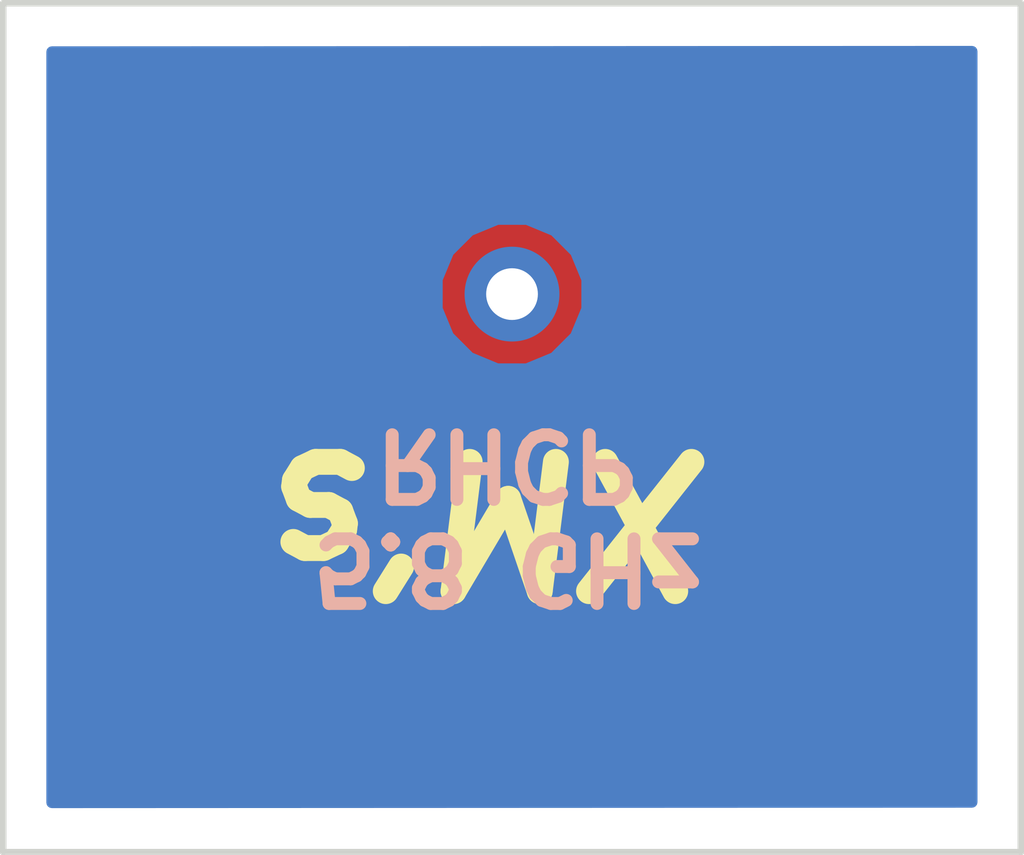
<source format=kicad_pcb>
(kicad_pcb (version 20170123) (host pcbnew no-vcs-found-4b5482e~58~ubuntu16.04.1)

  (general
    (links 0)
    (no_connects 0)
    (area 17.924999 16.924999 41.675001 36.775001)
    (thickness 1.6)
    (drawings 7)
    (tracks 0)
    (zones 0)
    (modules 1)
    (nets 2)
  )

  (page A4)
  (layers
    (0 F.Cu signal)
    (31 B.Cu signal)
    (32 B.Adhes user)
    (33 F.Adhes user)
    (34 B.Paste user)
    (35 F.Paste user)
    (36 B.SilkS user)
    (37 F.SilkS user hide)
    (38 B.Mask user)
    (39 F.Mask user)
    (40 Dwgs.User user)
    (41 Cmts.User user)
    (42 Eco1.User user)
    (43 Eco2.User user)
    (44 Edge.Cuts user)
    (45 Margin user)
    (46 B.CrtYd user)
    (47 F.CrtYd user)
    (48 B.Fab user)
    (49 F.Fab user)
  )

  (setup
    (last_trace_width 0.25)
    (trace_clearance 0.2)
    (zone_clearance 0.508)
    (zone_45_only yes)
    (trace_min 0.2)
    (segment_width 0.2)
    (edge_width 0.15)
    (via_size 0.8)
    (via_drill 0.4)
    (via_min_size 0.4)
    (via_min_drill 0.3)
    (uvia_size 0.3)
    (uvia_drill 0.1)
    (uvias_allowed no)
    (uvia_min_size 0.2)
    (uvia_min_drill 0.1)
    (pcb_text_width 0.3)
    (pcb_text_size 1.5 1.5)
    (mod_edge_width 0.15)
    (mod_text_size 1 1)
    (mod_text_width 0.15)
    (pad_size 2.2 2.2)
    (pad_drill 1.2)
    (pad_to_mask_clearance 0.2)
    (aux_axis_origin 0 0)
    (visible_elements FFFFFF7F)
    (pcbplotparams
      (layerselection 0x000e0_ffffffff)
      (usegerberextensions false)
      (excludeedgelayer true)
      (linewidth 0.100000)
      (plotframeref false)
      (viasonmask false)
      (mode 1)
      (useauxorigin false)
      (hpglpennumber 1)
      (hpglpenspeed 20)
      (hpglpendiameter 15)
      (psnegative false)
      (psa4output false)
      (plotreference false)
      (plotvalue false)
      (plotinvisibletext false)
      (padsonsilk false)
      (subtractmaskfromsilk false)
      (outputformat 1)
      (mirror false)
      (drillshape 0)
      (scaleselection 1)
      (outputdirectory ""))
  )

  (net 0 "")
  (net 1 "Net-(J1-Pad1)")

  (net_class Default "This is the default net class."
    (clearance 0.2)
    (trace_width 0.25)
    (via_dia 0.8)
    (via_drill 0.4)
    (uvia_dia 0.3)
    (uvia_drill 0.1)
    (add_net "Net-(J1-Pad1)")
  )

  (module Wire_Pads:SolderWirePad_single_2-5mmDrill (layer F.Cu) (tedit 590B8EED) (tstamp 59171F3C)
    (at 29.8 23.75)
    (path /590B6A1C)
    (fp_text reference J1 (at 0 -5.08) (layer F.SilkS) hide
      (effects (font (size 1 1) (thickness 0.15)))
    )
    (fp_text value CONN_01X01 (at 1.27 5.08) (layer F.Fab) hide
      (effects (font (size 1 1) (thickness 0.15)))
    )
    (pad 1 thru_hole circle (at 0 0) (size 2.2 2.2) (drill 1.2) (layers *.Cu *.Mask)
      (net 1 "Net-(J1-Pad1)"))
  )

  (gr_text XM's (at 29.3 29 180) (layer F.SilkS)
    (effects (font (size 3 3) (thickness 0.6) italic))
  )
  (gr_circle (center 29.8 23.75) (end 31.7 23.75) (layer B.Mask) (width 1))
  (gr_text "5.8 GHz\nRHCP" (at 29.7 28.9 180) (layer B.SilkS)
    (effects (font (size 1.5 1.5) (thickness 0.3)) (justify mirror))
  )
  (gr_line (start 18 36.7) (end 41.6 36.7) (angle 90) (layer Edge.Cuts) (width 0.15))
  (gr_line (start 41.6 17) (end 41.6 36.7) (angle 90) (layer Edge.Cuts) (width 0.15))
  (gr_line (start 41.6 17) (end 18 17) (angle 90) (layer Edge.Cuts) (width 0.15))
  (gr_line (start 18 36.7) (end 18 17) (angle 90) (layer Edge.Cuts) (width 0.15))

  (zone (net 0) (net_name "") (layer B.Cu) (tstamp 59171F9A) (hatch none 0.508)
    (connect_pads yes (clearance 0.508))
    (min_thickness 0.254)
    (fill yes (mode segment) (arc_segments 16) (thermal_gap 0.508) (thermal_bridge_width 0.508))
    (polygon
      (pts
        (xy 40.5954 35.6684) (xy 19 35.6784) (xy 19 18) (xy 40.5954 17.99)
      )
    )
    (filled_polygon
      (pts
        (xy 40.4684 35.541459) (xy 19.127 35.551341) (xy 19.127 24.093599) (xy 28.064699 24.093599) (xy 28.328281 24.731515)
        (xy 28.815918 25.220004) (xy 29.453373 25.484699) (xy 30.143599 25.485301) (xy 30.781515 25.221719) (xy 31.270004 24.734082)
        (xy 31.534699 24.096627) (xy 31.535301 23.406401) (xy 31.271719 22.768485) (xy 30.784082 22.279996) (xy 30.146627 22.015301)
        (xy 29.456401 22.014699) (xy 28.818485 22.278281) (xy 28.329996 22.765918) (xy 28.065301 23.403373) (xy 28.064699 24.093599)
        (xy 19.127 24.093599) (xy 19.127 18.126941) (xy 40.4684 18.117059)
      )
    )
    (fill_segments
      (pts (xy 40.4684 18.117059) (xy 40.4684 18.117059))
      (pts (xy 19.127 18.358359) (xy 40.4684 18.358359))
      (pts (xy 19.127 18.599659) (xy 40.4684 18.599659))
      (pts (xy 19.127 18.840959) (xy 40.4684 18.840959))
      (pts (xy 19.127 19.082259) (xy 40.4684 19.082259))
      (pts (xy 19.127 19.323559) (xy 40.4684 19.323559))
      (pts (xy 19.127 19.564859) (xy 40.4684 19.564859))
      (pts (xy 19.127 19.806159) (xy 40.4684 19.806159))
      (pts (xy 19.127 20.047459) (xy 40.4684 20.047459))
      (pts (xy 19.127 20.288759) (xy 40.4684 20.288759))
      (pts (xy 19.127 20.530059) (xy 40.4684 20.530059))
      (pts (xy 19.127 20.771359) (xy 40.4684 20.771359))
      (pts (xy 19.127 21.012659) (xy 40.4684 21.012659))
      (pts (xy 19.127 21.253959) (xy 40.4684 21.253959))
      (pts (xy 19.127 21.495259) (xy 40.4684 21.495259))
      (pts (xy 19.127 21.736559) (xy 40.4684 21.736559))
      (pts (xy 19.127 21.977859) (xy 40.4684 21.977859))
      (pts (xy 19.127 22.219159) (xy 28.961571 22.219159))
      (pts (xy 30.637571 22.219159) (xy 40.4684 22.219159))
      (pts (xy 19.127 22.460459) (xy 28.635989 22.460459))
      (pts (xy 30.964231 22.460459) (xy 40.4684 22.460459))
      (pts (xy 19.127 22.701759) (xy 28.394268 22.701759))
      (pts (xy 31.20511 22.701759) (xy 40.4684 22.701759))
      (pts (xy 19.127 22.943059) (xy 28.256441 22.943059))
      (pts (xy 31.343852 22.943059) (xy 40.4684 22.943059))
      (pts (xy 19.127 23.184359) (xy 28.156244 23.184359))
      (pts (xy 31.443555 23.184359) (xy 40.4684 23.184359))
      (pts (xy 19.127 23.425659) (xy 28.065282 23.425659))
      (pts (xy 31.535284 23.425659) (xy 40.4684 23.425659))
      (pts (xy 19.127 23.666959) (xy 28.065072 23.666959))
      (pts (xy 31.535073 23.666959) (xy 40.4684 23.666959))
      (pts (xy 19.127 23.908259) (xy 28.064861 23.908259))
      (pts (xy 31.534863 23.908259) (xy 40.4684 23.908259))
      (pts (xy 19.127 24.149559) (xy 28.087821 24.149559))
      (pts (xy 31.512719 24.149559) (xy 40.4684 24.149559))
      (pts (xy 19.127 24.390859) (xy 28.187524 24.390859))
      (pts (xy 31.412522 24.390859) (xy 40.4684 24.390859))
      (pts (xy 19.127 24.632159) (xy 28.287227 24.632159))
      (pts (xy 31.312326 24.632159) (xy 40.4684 24.632159))
      (pts (xy 19.127 24.873459) (xy 28.469977 24.873459))
      (pts (xy 31.130383 24.873459) (xy 40.4684 24.873459))
      (pts (xy 19.127 25.114759) (xy 28.710856 25.114759))
      (pts (xy 30.888661 25.114759) (xy 40.4684 25.114759))
      (pts (xy 19.127 25.356059) (xy 29.143574 25.356059))
      (pts (xy 30.456387 25.356059) (xy 40.4684 25.356059))
      (pts (xy 19.127 25.597359) (xy 40.4684 25.597359))
      (pts (xy 19.127 25.838659) (xy 40.4684 25.838659))
      (pts (xy 19.127 26.079959) (xy 40.4684 26.079959))
      (pts (xy 19.127 26.321259) (xy 40.4684 26.321259))
      (pts (xy 19.127 26.562559) (xy 40.4684 26.562559))
      (pts (xy 19.127 26.803859) (xy 40.4684 26.803859))
      (pts (xy 19.127 27.045159) (xy 40.4684 27.045159))
      (pts (xy 19.127 27.286459) (xy 40.4684 27.286459))
      (pts (xy 19.127 27.527759) (xy 40.4684 27.527759))
      (pts (xy 19.127 27.769059) (xy 40.4684 27.769059))
      (pts (xy 19.127 28.010359) (xy 40.4684 28.010359))
      (pts (xy 19.127 28.251659) (xy 40.4684 28.251659))
      (pts (xy 19.127 28.492959) (xy 40.4684 28.492959))
      (pts (xy 19.127 28.734259) (xy 40.4684 28.734259))
      (pts (xy 19.127 28.975559) (xy 40.4684 28.975559))
      (pts (xy 19.127 29.216859) (xy 40.4684 29.216859))
      (pts (xy 19.127 29.458159) (xy 40.4684 29.458159))
      (pts (xy 19.127 29.699459) (xy 40.4684 29.699459))
      (pts (xy 19.127 29.940759) (xy 40.4684 29.940759))
      (pts (xy 19.127 30.182059) (xy 40.4684 30.182059))
      (pts (xy 19.127 30.423359) (xy 40.4684 30.423359))
      (pts (xy 19.127 30.664659) (xy 40.4684 30.664659))
      (pts (xy 19.127 30.905959) (xy 40.4684 30.905959))
      (pts (xy 19.127 31.147259) (xy 40.4684 31.147259))
      (pts (xy 19.127 31.388559) (xy 40.4684 31.388559))
      (pts (xy 19.127 31.629859) (xy 40.4684 31.629859))
      (pts (xy 19.127 31.871159) (xy 40.4684 31.871159))
      (pts (xy 19.127 32.112459) (xy 40.4684 32.112459))
      (pts (xy 19.127 32.353759) (xy 40.4684 32.353759))
      (pts (xy 19.127 32.595059) (xy 40.4684 32.595059))
      (pts (xy 19.127 32.836359) (xy 40.4684 32.836359))
      (pts (xy 19.127 33.077659) (xy 40.4684 33.077659))
      (pts (xy 19.127 33.318959) (xy 40.4684 33.318959))
      (pts (xy 19.127 33.560259) (xy 40.4684 33.560259))
      (pts (xy 19.127 33.801559) (xy 40.4684 33.801559))
      (pts (xy 19.127 34.042859) (xy 40.4684 34.042859))
      (pts (xy 19.127 34.284159) (xy 40.4684 34.284159))
      (pts (xy 19.127 34.525459) (xy 40.4684 34.525459))
      (pts (xy 19.127 34.766759) (xy 40.4684 34.766759))
      (pts (xy 19.127 35.008059) (xy 40.4684 35.008059))
      (pts (xy 19.127 35.249359) (xy 40.4684 35.249359))
      (pts (xy 19.127 35.490659) (xy 40.4684 35.490659))
      (pts (xy 40.4684 18.117059) (xy 40.4684 35.541459))
      (pts (xy 40.2271 18.117171) (xy 40.2271 35.54157))
      (pts (xy 39.9858 18.117283) (xy 39.9858 35.541682))
      (pts (xy 39.7445 18.117395) (xy 39.7445 35.541794))
      (pts (xy 39.5032 18.117506) (xy 39.5032 35.541905))
      (pts (xy 39.2619 18.117618) (xy 39.2619 35.542017))
      (pts (xy 39.0206 18.11773) (xy 39.0206 35.542129))
      (pts (xy 38.7793 18.117842) (xy 38.7793 35.542241))
      (pts (xy 38.538 18.117953) (xy 38.538 35.542352))
      (pts (xy 38.2967 18.118065) (xy 38.2967 35.542464))
      (pts (xy 38.0554 18.118177) (xy 38.0554 35.542576))
      (pts (xy 37.8141 18.118289) (xy 37.8141 35.542688))
      (pts (xy 37.5728 18.1184) (xy 37.5728 35.542799))
      (pts (xy 37.3315 18.118512) (xy 37.3315 35.542911))
      (pts (xy 37.0902 18.118624) (xy 37.0902 35.543023))
      (pts (xy 36.8489 18.118735) (xy 36.8489 35.543134))
      (pts (xy 36.6076 18.118847) (xy 36.6076 35.543246))
      (pts (xy 36.3663 18.118959) (xy 36.3663 35.543358))
      (pts (xy 36.125 18.119071) (xy 36.125 35.54347))
      (pts (xy 35.8837 18.119182) (xy 35.8837 35.543581))
      (pts (xy 35.6424 18.119294) (xy 35.6424 35.543693))
      (pts (xy 35.4011 18.119406) (xy 35.4011 35.543805))
      (pts (xy 35.1598 18.119518) (xy 35.1598 35.543917))
      (pts (xy 34.9185 18.119629) (xy 34.9185 35.544028))
      (pts (xy 34.6772 18.119741) (xy 34.6772 35.54414))
      (pts (xy 34.4359 18.119853) (xy 34.4359 35.544252))
      (pts (xy 34.1946 18.119965) (xy 34.1946 35.544364))
      (pts (xy 33.9533 18.120076) (xy 33.9533 35.544475))
      (pts (xy 33.712 18.120188) (xy 33.712 35.544587))
      (pts (xy 33.4707 18.1203) (xy 33.4707 35.544699))
      (pts (xy 33.2294 18.120411) (xy 33.2294 35.54481))
      (pts (xy 32.9881 18.120523) (xy 32.9881 35.544922))
      (pts (xy 32.7468 18.120635) (xy 32.7468 35.545034))
      (pts (xy 32.5055 18.120747) (xy 32.5055 35.545146))
      (pts (xy 32.2642 18.120858) (xy 32.2642 35.545257))
      (pts (xy 32.0229 18.12097) (xy 32.0229 35.545369))
      (pts (xy 31.7816 18.121082) (xy 31.7816 35.545481))
      (pts (xy 31.5403 18.121194) (xy 31.5403 35.545593))
      (pts (xy 31.299 18.121305) (xy 31.299 22.83451))
      (pts (xy 31.299 24.664253) (xy 31.299 35.545704))
      (pts (xy 31.0577 18.121417) (xy 31.0577 22.554093))
      (pts (xy 31.0577 24.946016) (xy 31.0577 35.545816))
      (pts (xy 30.8164 18.121529) (xy 30.8164 22.312371))
      (pts (xy 30.8164 25.186895) (xy 30.8164 35.545928))
      (pts (xy 30.5751 18.121641) (xy 30.5751 22.193219))
      (pts (xy 30.5751 25.307009) (xy 30.5751 35.54604))
      (pts (xy 30.3338 18.121752) (xy 30.3338 22.093023))
      (pts (xy 30.3338 25.406712) (xy 30.3338 35.546151))
      (pts (xy 30.0925 18.121864) (xy 30.0925 22.015254))
      (pts (xy 30.0925 25.485256) (xy 30.0925 35.546263))
      (pts (xy 29.8512 18.121976) (xy 29.8512 22.015044))
      (pts (xy 29.8512 25.485045) (xy 29.8512 35.546375))
      (pts (xy 29.6099 18.122087) (xy 29.6099 22.014833))
      (pts (xy 29.6099 25.484835) (xy 29.6099 35.546486))
      (pts (xy 29.3686 18.122199) (xy 29.3686 22.050977))
      (pts (xy 29.3686 25.449498) (xy 29.3686 35.546598))
      (pts (xy 29.1273 18.122311) (xy 29.1273 22.150681))
      (pts (xy 29.1273 25.349301) (xy 29.1273 35.54671))
      (pts (xy 28.886 18.122423) (xy 28.886 22.250384))
      (pts (xy 28.886 25.249104) (xy 28.886 35.546822))
      (pts (xy 28.6447 18.122534) (xy 28.6447 22.451762))
      (pts (xy 28.6447 25.048486) (xy 28.6447 35.546933))
      (pts (xy 28.4034 18.122646) (xy 28.4034 22.692642))
      (pts (xy 28.4034 24.806765) (xy 28.4034 35.547045))
      (pts (xy 28.1621 18.122758) (xy 28.1621 23.170255))
      (pts (xy 28.1621 24.329326) (xy 28.1621 35.547157))
      (pts (xy 27.9208 18.12287) (xy 27.9208 24.093599))
      (pts (xy 27.9208 24.093599) (xy 27.9208 35.547269))
      (pts (xy 27.6795 18.122981) (xy 27.6795 24.093599))
      (pts (xy 27.6795 24.093599) (xy 27.6795 35.54738))
      (pts (xy 27.4382 18.123093) (xy 27.4382 24.093599))
      (pts (xy 27.4382 24.093599) (xy 27.4382 35.547492))
      (pts (xy 27.1969 18.123205) (xy 27.1969 24.093599))
      (pts (xy 27.1969 24.093599) (xy 27.1969 35.547604))
      (pts (xy 26.9556 18.123317) (xy 26.9556 24.093599))
      (pts (xy 26.9556 24.093599) (xy 26.9556 35.547716))
      (pts (xy 26.7143 18.123428) (xy 26.7143 24.093599))
      (pts (xy 26.7143 24.093599) (xy 26.7143 35.547827))
      (pts (xy 26.473 18.12354) (xy 26.473 24.093599))
      (pts (xy 26.473 24.093599) (xy 26.473 35.547939))
      (pts (xy 26.2317 18.123652) (xy 26.2317 24.093599))
      (pts (xy 26.2317 24.093599) (xy 26.2317 35.548051))
      (pts (xy 25.9904 18.123763) (xy 25.9904 24.093599))
      (pts (xy 25.9904 24.093599) (xy 25.9904 35.548162))
      (pts (xy 25.7491 18.123875) (xy 25.7491 24.093599))
      (pts (xy 25.7491 24.093599) (xy 25.7491 35.548274))
      (pts (xy 25.5078 18.123987) (xy 25.5078 24.093599))
      (pts (xy 25.5078 24.093599) (xy 25.5078 35.548386))
      (pts (xy 25.2665 18.124099) (xy 25.2665 24.093599))
      (pts (xy 25.2665 24.093599) (xy 25.2665 35.548498))
      (pts (xy 25.0252 18.12421) (xy 25.0252 24.093599))
      (pts (xy 25.0252 24.093599) (xy 25.0252 35.548609))
      (pts (xy 24.7839 18.124322) (xy 24.7839 24.093599))
      (pts (xy 24.7839 24.093599) (xy 24.7839 35.548721))
      (pts (xy 24.5426 18.124434) (xy 24.5426 24.093599))
      (pts (xy 24.5426 24.093599) (xy 24.5426 35.548833))
      (pts (xy 24.3013 18.124546) (xy 24.3013 24.093599))
      (pts (xy 24.3013 24.093599) (xy 24.3013 35.548945))
      (pts (xy 24.06 18.124657) (xy 24.06 24.093599))
      (pts (xy 24.06 24.093599) (xy 24.06 35.549056))
      (pts (xy 23.8187 18.124769) (xy 23.8187 24.093599))
      (pts (xy 23.8187 24.093599) (xy 23.8187 35.549168))
      (pts (xy 23.5774 18.124881) (xy 23.5774 24.093599))
      (pts (xy 23.5774 24.093599) (xy 23.5774 35.54928))
      (pts (xy 23.3361 18.124993) (xy 23.3361 24.093599))
      (pts (xy 23.3361 24.093599) (xy 23.3361 35.549392))
      (pts (xy 23.0948 18.125104) (xy 23.0948 24.093599))
      (pts (xy 23.0948 24.093599) (xy 23.0948 35.549503))
      (pts (xy 22.8535 18.125216) (xy 22.8535 24.093599))
      (pts (xy 22.8535 24.093599) (xy 22.8535 35.549615))
      (pts (xy 22.6122 18.125328) (xy 22.6122 24.093599))
      (pts (xy 22.6122 24.093599) (xy 22.6122 35.549727))
      (pts (xy 22.3709 18.125439) (xy 22.3709 24.093599))
      (pts (xy 22.3709 24.093599) (xy 22.3709 35.549838))
      (pts (xy 22.1296 18.125551) (xy 22.1296 24.093599))
      (pts (xy 22.1296 24.093599) (xy 22.1296 35.54995))
      (pts (xy 21.8883 18.125663) (xy 21.8883 24.093599))
      (pts (xy 21.8883 24.093599) (xy 21.8883 35.550062))
      (pts (xy 21.647 18.125775) (xy 21.647 24.093599))
      (pts (xy 21.647 24.093599) (xy 21.647 35.550174))
      (pts (xy 21.4057 18.125886) (xy 21.4057 24.093599))
      (pts (xy 21.4057 24.093599) (xy 21.4057 35.550285))
      (pts (xy 21.1644 18.125998) (xy 21.1644 24.093599))
      (pts (xy 21.1644 24.093599) (xy 21.1644 35.550397))
      (pts (xy 20.9231 18.12611) (xy 20.9231 24.093599))
      (pts (xy 20.9231 24.093599) (xy 20.9231 35.550509))
      (pts (xy 20.6818 18.126222) (xy 20.6818 24.093599))
      (pts (xy 20.6818 24.093599) (xy 20.6818 35.550621))
      (pts (xy 20.4405 18.126333) (xy 20.4405 24.093599))
      (pts (xy 20.4405 24.093599) (xy 20.4405 35.550732))
      (pts (xy 20.1992 18.126445) (xy 20.1992 24.093599))
      (pts (xy 20.1992 24.093599) (xy 20.1992 35.550844))
      (pts (xy 19.9579 18.126557) (xy 19.9579 24.093599))
      (pts (xy 19.9579 24.093599) (xy 19.9579 35.550956))
      (pts (xy 19.7166 18.126668) (xy 19.7166 24.093599))
      (pts (xy 19.7166 24.093599) (xy 19.7166 35.551067))
      (pts (xy 19.4753 18.12678) (xy 19.4753 24.093599))
      (pts (xy 19.4753 24.093599) (xy 19.4753 35.551179))
      (pts (xy 19.234 18.126892) (xy 19.234 24.093599))
      (pts (xy 19.234 24.093599) (xy 19.234 35.551291))
    )
  )
  (zone (net 1) (net_name "Net-(J1-Pad1)") (layer F.Cu) (tstamp 59171FDA) (hatch none 0.508)
    (connect_pads yes (clearance 0.508))
    (min_thickness 0.254)
    (fill yes (mode segment) (arc_segments 16) (thermal_gap 0.508) (thermal_bridge_width 0.508))
    (polygon
      (pts
        (xy 21 20) (xy 35.67 20) (xy 38.6 22.93) (xy 38.6 33.67) (xy 23.93 33.67)
        (xy 21 30.74)
      )
    )
    (filled_polygon
      (pts
        (xy 38.473 22.982606) (xy 38.473 33.543) (xy 23.982606 33.543) (xy 21.127 30.687394) (xy 21.127 20.127)
        (xy 35.617394 20.127)
      )
    )
    (fill_segments
      (pts (xy 21.127 20.127) (xy 35.617394 20.127))
      (pts (xy 21.127 20.3683) (xy 35.858694 20.3683))
      (pts (xy 21.127 20.6096) (xy 36.099994 20.6096))
      (pts (xy 21.127 20.8509) (xy 36.341294 20.8509))
      (pts (xy 21.127 21.0922) (xy 36.582594 21.0922))
      (pts (xy 21.127 21.3335) (xy 36.823894 21.3335))
      (pts (xy 21.127 21.5748) (xy 37.065194 21.5748))
      (pts (xy 21.127 21.8161) (xy 37.306494 21.8161))
      (pts (xy 21.127 22.0574) (xy 37.547794 22.0574))
      (pts (xy 21.127 22.2987) (xy 37.789094 22.2987))
      (pts (xy 21.127 22.54) (xy 38.030394 22.54))
      (pts (xy 21.127 22.7813) (xy 38.271694 22.7813))
      (pts (xy 21.127 23.0226) (xy 38.473 23.0226))
      (pts (xy 21.127 23.2639) (xy 38.473 23.2639))
      (pts (xy 21.127 23.5052) (xy 38.473 23.5052))
      (pts (xy 21.127 23.7465) (xy 38.473 23.7465))
      (pts (xy 21.127 23.9878) (xy 38.473 23.9878))
      (pts (xy 21.127 24.2291) (xy 38.473 24.2291))
      (pts (xy 21.127 24.4704) (xy 38.473 24.4704))
      (pts (xy 21.127 24.7117) (xy 38.473 24.7117))
      (pts (xy 21.127 24.953) (xy 38.473 24.953))
      (pts (xy 21.127 25.1943) (xy 38.473 25.1943))
      (pts (xy 21.127 25.4356) (xy 38.473 25.4356))
      (pts (xy 21.127 25.6769) (xy 38.473 25.6769))
      (pts (xy 21.127 25.9182) (xy 38.473 25.9182))
      (pts (xy 21.127 26.1595) (xy 38.473 26.1595))
      (pts (xy 21.127 26.4008) (xy 38.473 26.4008))
      (pts (xy 21.127 26.6421) (xy 38.473 26.6421))
      (pts (xy 21.127 26.8834) (xy 38.473 26.8834))
      (pts (xy 21.127 27.1247) (xy 38.473 27.1247))
      (pts (xy 21.127 27.366) (xy 38.473 27.366))
      (pts (xy 21.127 27.6073) (xy 38.473 27.6073))
      (pts (xy 21.127 27.8486) (xy 38.473 27.8486))
      (pts (xy 21.127 28.0899) (xy 38.473 28.0899))
      (pts (xy 21.127 28.3312) (xy 38.473 28.3312))
      (pts (xy 21.127 28.5725) (xy 38.473 28.5725))
      (pts (xy 21.127 28.8138) (xy 38.473 28.8138))
      (pts (xy 21.127 29.0551) (xy 38.473 29.0551))
      (pts (xy 21.127 29.2964) (xy 38.473 29.2964))
      (pts (xy 21.127 29.5377) (xy 38.473 29.5377))
      (pts (xy 21.127 29.779) (xy 38.473 29.779))
      (pts (xy 21.127 30.0203) (xy 38.473 30.0203))
      (pts (xy 21.127 30.2616) (xy 38.473 30.2616))
      (pts (xy 21.127 30.5029) (xy 38.473 30.5029))
      (pts (xy 21.183806 30.7442) (xy 38.473 30.7442))
      (pts (xy 21.425106 30.9855) (xy 38.473 30.9855))
      (pts (xy 21.666406 31.2268) (xy 38.473 31.2268))
      (pts (xy 21.907706 31.4681) (xy 38.473 31.4681))
      (pts (xy 22.149006 31.7094) (xy 38.473 31.7094))
      (pts (xy 22.390306 31.9507) (xy 38.473 31.9507))
      (pts (xy 22.631606 32.192) (xy 38.473 32.192))
      (pts (xy 22.872906 32.4333) (xy 38.473 32.4333))
      (pts (xy 23.114206 32.6746) (xy 38.473 32.6746))
      (pts (xy 23.355506 32.9159) (xy 38.473 32.9159))
      (pts (xy 23.596806 33.1572) (xy 38.473 33.1572))
      (pts (xy 23.838106 33.3985) (xy 38.473 33.3985))
      (pts (xy 38.473 22.982606) (xy 38.473 33.543))
      (pts (xy 38.2317 22.741306) (xy 38.2317 33.543))
      (pts (xy 37.9904 22.500006) (xy 37.9904 33.543))
      (pts (xy 37.7491 22.258706) (xy 37.7491 33.543))
      (pts (xy 37.5078 22.017406) (xy 37.5078 33.543))
      (pts (xy 37.2665 21.776106) (xy 37.2665 33.543))
      (pts (xy 37.0252 21.534806) (xy 37.0252 33.543))
      (pts (xy 36.7839 21.293506) (xy 36.7839 33.543))
      (pts (xy 36.5426 21.052206) (xy 36.5426 33.543))
      (pts (xy 36.3013 20.810906) (xy 36.3013 33.543))
      (pts (xy 36.06 20.569606) (xy 36.06 33.543))
      (pts (xy 35.8187 20.328306) (xy 35.8187 33.543))
      (pts (xy 35.5774 20.127) (xy 35.5774 33.543))
      (pts (xy 35.3361 20.127) (xy 35.3361 33.543))
      (pts (xy 35.0948 20.127) (xy 35.0948 33.543))
      (pts (xy 34.8535 20.127) (xy 34.8535 33.543))
      (pts (xy 34.6122 20.127) (xy 34.6122 33.543))
      (pts (xy 34.3709 20.127) (xy 34.3709 33.543))
      (pts (xy 34.1296 20.127) (xy 34.1296 33.543))
      (pts (xy 33.8883 20.127) (xy 33.8883 33.543))
      (pts (xy 33.647 20.127) (xy 33.647 33.543))
      (pts (xy 33.4057 20.127) (xy 33.4057 33.543))
      (pts (xy 33.1644 20.127) (xy 33.1644 33.543))
      (pts (xy 32.9231 20.127) (xy 32.9231 33.543))
      (pts (xy 32.6818 20.127) (xy 32.6818 33.543))
      (pts (xy 32.4405 20.127) (xy 32.4405 33.543))
      (pts (xy 32.1992 20.127) (xy 32.1992 33.543))
      (pts (xy 31.9579 20.127) (xy 31.9579 33.543))
      (pts (xy 31.7166 20.127) (xy 31.7166 33.543))
      (pts (xy 31.4753 20.127) (xy 31.4753 33.543))
      (pts (xy 31.234 20.127) (xy 31.234 33.543))
      (pts (xy 30.9927 20.127) (xy 30.9927 33.543))
      (pts (xy 30.7514 20.127) (xy 30.7514 33.543))
      (pts (xy 30.5101 20.127) (xy 30.5101 33.543))
      (pts (xy 30.2688 20.127) (xy 30.2688 33.543))
      (pts (xy 30.0275 20.127) (xy 30.0275 33.543))
      (pts (xy 29.7862 20.127) (xy 29.7862 33.543))
      (pts (xy 29.5449 20.127) (xy 29.5449 33.543))
      (pts (xy 29.3036 20.127) (xy 29.3036 33.543))
      (pts (xy 29.0623 20.127) (xy 29.0623 33.543))
      (pts (xy 28.821 20.127) (xy 28.821 33.543))
      (pts (xy 28.5797 20.127) (xy 28.5797 33.543))
      (pts (xy 28.3384 20.127) (xy 28.3384 33.543))
      (pts (xy 28.0971 20.127) (xy 28.0971 33.543))
      (pts (xy 27.8558 20.127) (xy 27.8558 33.543))
      (pts (xy 27.6145 20.127) (xy 27.6145 33.543))
      (pts (xy 27.3732 20.127) (xy 27.3732 33.543))
      (pts (xy 27.1319 20.127) (xy 27.1319 33.543))
      (pts (xy 26.8906 20.127) (xy 26.8906 33.543))
      (pts (xy 26.6493 20.127) (xy 26.6493 33.543))
      (pts (xy 26.408 20.127) (xy 26.408 33.543))
      (pts (xy 26.1667 20.127) (xy 26.1667 33.543))
      (pts (xy 25.9254 20.127) (xy 25.9254 33.543))
      (pts (xy 25.6841 20.127) (xy 25.6841 33.543))
      (pts (xy 25.4428 20.127) (xy 25.4428 33.543))
      (pts (xy 25.2015 20.127) (xy 25.2015 33.543))
      (pts (xy 24.9602 20.127) (xy 24.9602 33.543))
      (pts (xy 24.7189 20.127) (xy 24.7189 33.543))
      (pts (xy 24.4776 20.127) (xy 24.4776 33.543))
      (pts (xy 24.2363 20.127) (xy 24.2363 33.543))
      (pts (xy 23.995 20.127) (xy 23.995 33.543))
      (pts (xy 23.7537 20.127) (xy 23.7537 33.314094))
      (pts (xy 23.5124 20.127) (xy 23.5124 33.072794))
      (pts (xy 23.2711 20.127) (xy 23.2711 32.831494))
      (pts (xy 23.0298 20.127) (xy 23.0298 32.590194))
      (pts (xy 22.7885 20.127) (xy 22.7885 32.348894))
      (pts (xy 22.5472 20.127) (xy 22.5472 32.107594))
      (pts (xy 22.3059 20.127) (xy 22.3059 31.866294))
      (pts (xy 22.0646 20.127) (xy 22.0646 31.624994))
      (pts (xy 21.8233 20.127) (xy 21.8233 31.383694))
      (pts (xy 21.582 20.127) (xy 21.582 31.142394))
      (pts (xy 21.3407 20.127) (xy 21.3407 30.901094))
    )
  )
)

</source>
